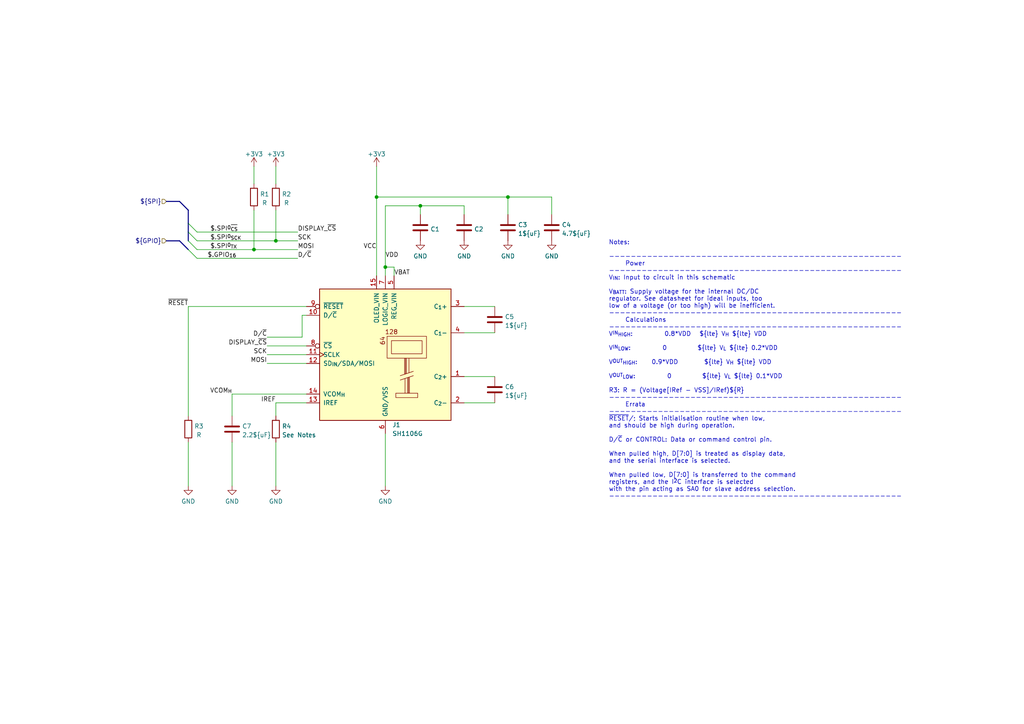
<source format=kicad_sch>
(kicad_sch (version 20211123) (generator eeschema)
  (paper "A4")
  (lib_symbols
    (symbol "0._Project:SH1106G" (pin_names (offset 1.016))
      (property "Reference" "J" (at 0 3.81 0))
      (property "Value" "SH1106G" (at 0 1.27 0))
      (symbol "SH1106G_0_0"
        (polyline (pts (xy 23.368 -26.416) (xy 27.178 -25.146)))
        (polyline (pts (xy 23.368 -25.146) (xy 27.178 -23.876)))
        (polyline (pts (xy 24.638 -24.638) (xy 24.638 -20.066)))
        (polyline (pts (xy 24.765 -26.035) (xy 24.765 -30.226)))
        (polyline (pts (xy 24.892 -24.638) (xy 24.892 -20.066)))
        (polyline (pts (xy 25.146 -24.511) (xy 25.146 -20.066)))
        (polyline (pts (xy 25.527 -25.781) (xy 25.527 -30.226)))
        (polyline (pts (xy 25.781 -25.654) (xy 25.781 -30.226)))
        (polyline (pts (xy 25.908 -24.257) (xy 25.908 -20.066)))
        (polyline (pts (xy 26.035 -25.654) (xy 26.035 -30.226)))
        (rectangle (start 0 0) (end 38.1 -38.1) (stroke (width 0.254)) (fill (type background)))
        (rectangle (start 19.558 -13.716) (end 30.988 -20.066))
        (rectangle (start 20.828 -18.796) (end 29.718 -14.986))
        (rectangle (start 22.098 -30.226) (end 28.448 -31.496))
        (text "128" (at 20.828 -12.446 0) (effects (font (size 1.27 1.27))))
        (text "64" (at 18.288 -14.986 900) (effects (font (size 1.27 1.27))))
        (pin input line (at 41.91 -25.4 180) (length 3.81) (name "C_{2}+") (number "1"))
        (pin passive line (at -3.81 -7.62 0) (length 3.81) (name "D/~{C}") (number "10"))
        (pin input clock (at -3.81 -19.05 0) (length 3.81) (name "SCLK") (number "11"))
        (pin bidirectional line (at -3.81 -21.59 0) (length 3.81) (name "SD_{IN}/SDA/MOSI") (number "12"))
        (pin input line (at -3.81 -33.02 0) (length 3.81) (name "IREF") (number "13"))
        (pin output line (at -3.81 -30.48 0) (length 3.81) (name "VCOM_{H}") (number "14"))
        (pin power_in line (at 16.51 3.81 270) (length 3.81) (name "OLED_VIN") (number "15"))
        (pin power_in line (at 19.05 -41.91 90) (length 3.81) hide (name "GND/VSS") (number "16"))
        (pin input line (at 41.91 -33.02 180) (length 3.81) (name "C_{2}-") (number "2"))
        (pin input line (at 41.91 -5.08 180) (length 3.81) (name "C_{1}+") (number "3"))
        (pin input line (at 41.91 -12.7 180) (length 3.81) (name "C_{1}-") (number "4"))
        (pin power_in line (at 21.59 3.81 270) (length 3.81) (name "REG_VIN") (number "5"))
        (pin power_in line (at 19.05 -41.91 90) (length 3.81) (name "GND/VSS") (number "6"))
        (pin power_in line (at 19.05 3.81 270) (length 3.81) (name "LOGIC_VIN") (number "7"))
        (pin input inverted (at -3.81 -16.51 0) (length 3.81) (name "~{CS}") (number "8"))
        (pin input inverted (at -3.81 -5.08 0) (length 3.81) (name "~{RESET}") (number "9"))
      )
    )
    (symbol "4ms_Power-symbol:+3.3V" (power) (pin_names (offset 0))
      (property "Value" "+3.3V" (at 0 3.556 0))
      (symbol "+3.3V_0_1"
        (polyline (pts (xy -0.762 1.27) (xy 0 2.54)))
        (polyline (pts (xy 0 0) (xy 0 2.54)))
        (polyline (pts (xy 0 2.54) (xy 0.762 1.27)))
      )
      (symbol "+3.3V_1_1"
        (pin power_in line (at 0 0 90) (length 0) hide (name "+3V3") (number "1"))
      )
    )
    (symbol "4ms_Power-symbol:GND" (power) (pin_names (offset 0))
      (property "Value" "GND" (at 0 -3.81 0))
      (symbol "GND_0_1"
        (polyline (pts (xy 0 0) (xy 0 -1.27) (xy 1.27 -1.27) (xy 0 -2.54) (xy -1.27 -1.27) (xy 0 -1.27)))
      )
      (symbol "GND_1_1"
        (pin power_in line (at 0 0 270) (length 0) hide (name "GND") (number "1"))
      )
    )
    (symbol "Device:C" (pin_numbers hide) (pin_names (offset 0.254))
      (property "Reference" "C" (at 0.635 2.54 0))
      (property "Value" "C" (at 0.635 -2.54 0))
      (symbol "C_0_1"
        (polyline (pts (xy -2.032 -0.762) (xy 2.032 -0.762)) (stroke (width 0.508)))
        (polyline (pts (xy -2.032 0.762) (xy 2.032 0.762)) (stroke (width 0.508)))
      )
      (symbol "C_1_1"
        (pin passive line (at 0 3.81 270) (length 2.794) (name "~") (number "1"))
        (pin passive line (at 0 -3.81 90) (length 2.794) (name "~") (number "2"))
      )
    )
    (symbol "Device:R" (pin_numbers hide) (pin_names (offset 0))
      (property "Reference" "R" (at 2.032 0 90))
      (property "Value" "R" (at 0 0 90))
      (symbol "R_0_1"
        (rectangle (start -1.016 -2.54) (end 1.016 2.54) (stroke (width 0.254)))
      )
      (symbol "R_1_1"
        (pin passive line (at 0 3.81 270) (length 1.27) (name "~") (number "1"))
        (pin passive line (at 0 -3.81 90) (length 1.27) (name "~") (number "2"))
      )
    )
  )
  (junction (at 80.01 69.85))
  (junction (at 73.66 72.39))
  (junction (at 111.76 77.47))
  (junction (at 109.22 57.15))
  (junction (at 147.32 57.15))
  (junction (at 121.92 59.69))
  (bus_entry (at 54.61 64.77) (size 2.54 2.54))
  (bus_entry (at 54.61 72.39) (size 2.54 2.54))
  (bus_entry (at 54.61 69.85) (size 2.54 2.54))
  (bus_entry (at 54.61 67.31) (size 2.54 2.54))
  (wire (pts (xy 87.63 91.44) (xy 88.9 91.44)))
  (wire (pts (xy 73.66 48.26) (xy 73.66 53.34)))
  (bus (pts (xy 52.07 69.85) (xy 54.61 72.39)))
  (wire (pts (xy 77.47 97.79) (xy 87.63 97.79)))
  (wire (pts (xy 57.15 72.39) (xy 73.66 72.39)))
  (wire (pts (xy 134.62 109.22) (xy 143.51 109.22)))
  (wire (pts (xy 67.31 128.27) (xy 67.31 140.97)))
  (wire (pts (xy 111.76 59.69) (xy 111.76 77.47)))
  (wire (pts (xy 88.9 116.84) (xy 80.01 116.84)))
  (wire (pts (xy 134.62 96.52) (xy 143.51 96.52)))
  (wire (pts (xy 77.47 102.87) (xy 88.9 102.87)))
  (bus (pts (xy 48.26 69.85) (xy 52.07 69.85)))
  (wire (pts (xy 88.9 114.3) (xy 67.31 114.3)))
  (wire (pts (xy 80.01 116.84) (xy 80.01 120.65)))
  (wire (pts (xy 73.66 72.39) (xy 86.36 72.39)))
  (wire (pts (xy 134.62 116.84) (xy 143.51 116.84)))
  (bus (pts (xy 54.61 67.31) (xy 54.61 69.85)))
  (wire (pts (xy 80.01 60.96) (xy 80.01 69.85)))
  (wire (pts (xy 57.15 69.85) (xy 80.01 69.85)))
  (wire (pts (xy 54.61 88.9) (xy 54.61 120.65)))
  (wire (pts (xy 109.22 57.15) (xy 109.22 80.01)))
  (wire (pts (xy 80.01 69.85) (xy 86.36 69.85)))
  (wire (pts (xy 134.62 88.9) (xy 143.51 88.9)))
  (wire (pts (xy 121.92 62.23) (xy 121.92 59.69)))
  (wire (pts (xy 109.22 48.26) (xy 109.22 57.15)))
  (wire (pts (xy 67.31 114.3) (xy 67.31 120.65)))
  (bus (pts (xy 48.26 58.42) (xy 52.07 58.42)))
  (wire (pts (xy 57.15 74.93) (xy 86.36 74.93)))
  (wire (pts (xy 111.76 125.73) (xy 111.76 140.97)))
  (wire (pts (xy 114.3 77.47) (xy 114.3 80.01)))
  (wire (pts (xy 134.62 59.69) (xy 121.92 59.69)))
  (wire (pts (xy 80.01 48.26) (xy 80.01 53.34)))
  (wire (pts (xy 160.02 57.15) (xy 147.32 57.15)))
  (wire (pts (xy 77.47 105.41) (xy 88.9 105.41)))
  (wire (pts (xy 77.47 100.33) (xy 88.9 100.33)))
  (bus (pts (xy 52.07 58.42) (xy 54.61 60.96)))
  (wire (pts (xy 73.66 60.96) (xy 73.66 72.39)))
  (wire (pts (xy 134.62 62.23) (xy 134.62 59.69)))
  (wire (pts (xy 88.9 88.9) (xy 54.61 88.9)))
  (bus (pts (xy 54.61 60.96) (xy 54.61 64.77)))
  (wire (pts (xy 57.15 67.31) (xy 86.36 67.31)))
  (wire (pts (xy 160.02 62.23) (xy 160.02 57.15)))
  (wire (pts (xy 111.76 77.47) (xy 114.3 77.47)))
  (wire (pts (xy 121.92 59.69) (xy 111.76 59.69)))
  (wire (pts (xy 54.61 128.27) (xy 54.61 140.97)))
  (wire (pts (xy 80.01 128.27) (xy 80.01 140.97)))
  (wire (pts (xy 87.63 97.79) (xy 87.63 91.44)))
  (wire (pts (xy 111.76 77.47) (xy 111.76 80.01)))
  (wire (pts (xy 147.32 57.15) (xy 109.22 57.15)))
  (bus (pts (xy 54.61 64.77) (xy 54.61 67.31)))
  (wire (pts (xy 147.32 62.23) (xy 147.32 57.15)))
  (text "Notes:\n\n------------------------------------------------------\n	Power \n------------------------------------------------------\nV_{IN}: Input to circuit in this schematic\n\nV_{BATT}: Supply voltage for the internal DC/DC\nregulator. See datasheet for ideal inputs, too\nlow of a voltage (or too high) will be inefficient.\n------------------------------------------------------\n	Calculations \n------------------------------------------------------\nV^{IN}_{HIGH}: 		0.8*VDD	${lte} V_{H} ${lte} VDD\n\nV^{IN}_{LOW}: 		0 		${lte} V_{L} ${lte} 0.2*VDD\n\nV^{OUT}_{HIGH}: 	0.9*VDD		${lte} V_{H} ${lte} VDD\n\nV^{OUT}_{LOW}: 		0		${lte} V_{L} ${lte} 0.1*VDD\n\nR3: R = (Voltage[IRef - VSS]/IRef)${R}\n------------------------------------------------------\n	Errata\n------------------------------------------------------\n~{RESET}/; Starts initialisation routine when low,\nand should be high during operation.\n\nD/~{C} or CONTROL: Data or command control pin. \n\nWhen pulled high, D[7:0] is treated as display data, \nand the serial interface is selected.\n\nWhen pulled low, D[7:0] is transferred to the command\nregisters, and the I^{2}C interface is selected\nwith the pin acting as SA0 for slave address selection.\n------------------------------------------------------\n" (at 176.53 144.78 0) (effects (font (size 1.27 1.27)) (justify left bottom)))
  (label "DISPLAY_~{CS}" (at 77.47 100.33 180))
  (label "MOSI" (at 77.47 105.41 180))
  (label "VCOM_{H}" (at 67.31 114.3 180))
  (label "VBAT" (at 114.3 80.01 0))
  (label "$.SPI^{0}_{TX}" (at 60.96 72.39 0))
  (label "IREF" (at 80.01 116.84 180))
  (label "$.GPIO_{16}" (at 68.58 74.93 180))
  (label "VCC" (at 109.22 72.39 180))
  (label "SCK" (at 77.47 102.87 180))
  (label "DISPLAY_~{CS}" (at 86.36 67.31 0))
  (label "SCK" (at 86.36 69.85 0))
  (label "~{RESET}" (at 54.61 88.9 180))
  (label "D{slash}~{C}" (at 86.36 74.93 0))
  (label "$.SPI^{0}_{SCK}" (at 60.96 69.85 0))
  (label "VDD" (at 111.76 74.93 0))
  (label "MOSI" (at 86.36 72.39 0))
  (label "$.SPI^{0}_{~{CS}}" (at 60.96 67.31 0))
  (label "D{slash}~{C}" (at 77.47 97.79 180))
  (hierarchical_label "${GPIO}" (shape input) (at 48.26 69.85 180))
  (hierarchical_label "${SPI}" (shape input) (at 48.26 58.42 180))
  (symbol (lib_id "4ms_Power-symbol:GND") (at 121.92 69.85 0) (unit 1)
    (property "Reference" "#PWR0111" (effects hide))
    (property "Value" "GND" (at 121.92 74.2934 0))
  )
  (symbol (lib_id "4ms_Power-symbol:GND") (at 54.61 140.97 0) (unit 1)
    (property "Reference" "#PWR0104" (effects hide))
    (property "Value" "GND" (at 54.61 145.4134 0))
  )
  (symbol (lib_id "Device:R") (at 73.66 57.15 0) (unit 1)
    (property "Reference" "R1" (at 76.7571 56.3153 0))
    (property "Value" "R" (at 76.7571 58.8522 0))
    (property "Footprint" "Resistor_SMD:R_0603_1608Metric" (effects hide))
  )
  (symbol (lib_id "Device:C") (at 67.31 124.46 0) (unit 1)
    (property "Reference" "C7" (at 70.231 123.6253 0) (effects (justify left)))
    (property "Value" "2.2${uF}" (at 70.231 126.1622 0) (effects (justify left)))
    (property "Footprint" "Capacitor_SMD:C_0603_1608Metric" (effects hide))
  )
  (symbol (lib_id "Device:C") (at 143.51 113.03 0) (unit 1)
    (property "Reference" "C6" (at 146.431 112.1953 0) (effects (justify left)))
    (property "Value" "1${uF}" (at 146.431 114.7322 0) (effects (justify left)))
    (property "Footprint" "Capacitor_SMD:C_0402_1005Metric" (effects hide))
    (property "Dielectric" "X5R" (effects hide))
    (property "MaxVoltage" "16" (effects hide))
  )
  (symbol (lib_id "4ms_Power-symbol:GND") (at 147.32 69.85 0) (mirror y) (unit 1)
    (property "Reference" "#PWR0113" (effects hide))
    (property "Value" "GND" (at 147.32 74.2934 0))
  )
  (symbol (lib_id "4ms_Power-symbol:+3.3V") (at 109.22 48.26 0) (unit 1)
    (property "Reference" "#PWR0109" (effects hide))
    (property "Value" "+3.3V" (at 109.22 44.6842 0))
  )
  (symbol (lib_id "Device:R") (at 80.01 57.15 0) (unit 1)
    (property "Reference" "R2" (at 83.1071 56.3153 0))
    (property "Value" "R" (at 83.1071 58.8522 0))
    (property "Footprint" "Resistor_SMD:R_0603_1608Metric" (effects hide))
  )
  (symbol (lib_id "Device:C") (at 143.51 92.71 0) (unit 1)
    (property "Reference" "C5" (at 146.431 91.8753 0) (effects (justify left)))
    (property "Value" "1${uF}" (at 146.431 94.4122 0) (effects (justify left)))
    (property "Footprint" "Capacitor_SMD:C_0402_1005Metric" (effects hide))
    (property "Dielectric" "X5R" (effects hide))
    (property "MaxVoltage" "16" (effects hide))
  )
  (symbol (lib_id "4ms_Power-symbol:GND") (at 134.62 69.85 0) (unit 1)
    (property "Reference" "#PWR0112" (effects hide))
    (property "Value" "GND" (at 134.62 74.2934 0))
  )
  (symbol (lib_id "Device:R") (at 54.61 124.46 0) (unit 1)
    (property "Reference" "R3" (at 57.7071 123.6253 0))
    (property "Value" "R" (at 57.7071 126.1622 0))
    (property "Footprint" "Resistor_SMD:R_0603_1608Metric" (effects hide))
  )
  (symbol (lib_id "4ms_Power-symbol:GND") (at 67.31 140.97 0) (unit 1)
    (property "Reference" "#PWR0103" (effects hide))
    (property "Value" "GND" (at 67.31 145.4134 0))
  )
  (symbol (lib_id "4ms_Power-symbol:+3.3V") (at 73.66 48.26 0) (unit 1)
    (property "Reference" "#PWR0110" (effects hide))
    (property "Value" "+3.3V" (at 73.66 44.6842 0))
  )
  (symbol (lib_id "0._Project:SH1106G") (at 92.71 83.82 0) (unit 1)
    (property "Reference" "J1" (at 113.7794 123.9504 0) (effects (justify left bottom)))
    (property "Value" "SH1106G" (at 113.7794 126.4873 0) (effects (justify left bottom)))
    (property "Footprint" "0.Connectors:GCT_FFC2B35-16" (effects hide))
    (property "Datasheet" "https://core-electronics.com.au/attachments/localcontent/5223-ds_85653d404ed.pdf" (effects hide))
  )
  (symbol (lib_id "Device:C") (at 160.02 66.04 0) (unit 1)
    (property "Reference" "C4" (at 162.941 65.2053 0) (effects (justify left)))
    (property "Value" "4.7${uF}" (at 162.941 67.7422 0) (effects (justify left)))
    (property "Footprint" "Capacitor_SMD:C_0805_2012Metric" (effects hide))
  )
  (symbol (lib_id "Device:C") (at 134.62 66.04 0) (unit 1)
    (property "Reference" "C2" (at 137.541 66.4738 0) (effects (justify left)))
    (property "Value" "Not Specified" (effects hide))
    (property "Footprint" "Capacitor_SMD:C_0402_1005Metric" (effects hide))
  )
  (symbol (lib_id "4ms_Power-symbol:GND") (at 111.76 140.97 0) (unit 1)
    (property "Reference" "#PWR0107" (effects hide))
    (property "Value" "GND" (at 111.76 145.4134 0))
  )
  (symbol (lib_id "Device:C") (at 147.32 66.04 0) (unit 1)
    (property "Reference" "C3" (at 150.241 65.2053 0) (effects (justify left)))
    (property "Value" "1${uF}" (at 150.241 67.7422 0) (effects (justify left)))
    (property "Footprint" "Capacitor_SMD:C_0402_1005Metric" (effects hide))
  )
  (symbol (lib_id "Device:R") (at 80.01 124.46 0) (unit 1)
    (property "Reference" "R4" (at 81.788 123.6253 0) (effects (justify left)))
    (property "Value" "See Notes" (at 81.788 126.1622 0) (effects (justify left)))
    (property "Footprint" "Resistor_SMD:R_0603_1608Metric" (effects hide))
  )
  (symbol (lib_id "4ms_Power-symbol:+3.3V") (at 80.01 48.26 0) (unit 1)
    (property "Reference" "#PWR0108" (effects hide))
    (property "Value" "+3.3V" (at 80.01 44.6842 0))
  )
  (symbol (lib_id "4ms_Power-symbol:GND") (at 160.02 69.85 0) (mirror y) (unit 1)
    (property "Reference" "#PWR0114" (effects hide))
    (property "Value" "GND" (at 160.02 74.2934 0))
  )
  (symbol (lib_id "Device:C") (at 121.92 66.04 180) (unit 1)
    (property "Reference" "C1" (at 124.841 66.4738 0) (effects (justify right)))
    (property "Value" "Not Specified" (effects hide))
    (property "Footprint" "Capacitor_SMD:C_0402_1005Metric" (effects hide))
  )
  (symbol (lib_id "4ms_Power-symbol:GND") (at 80.01 140.97 0) (unit 1)
    (property "Reference" "#PWR0105" (effects hide))
    (property "Value" "GND" (at 80.01 145.4134 0))
  )
)
</source>
